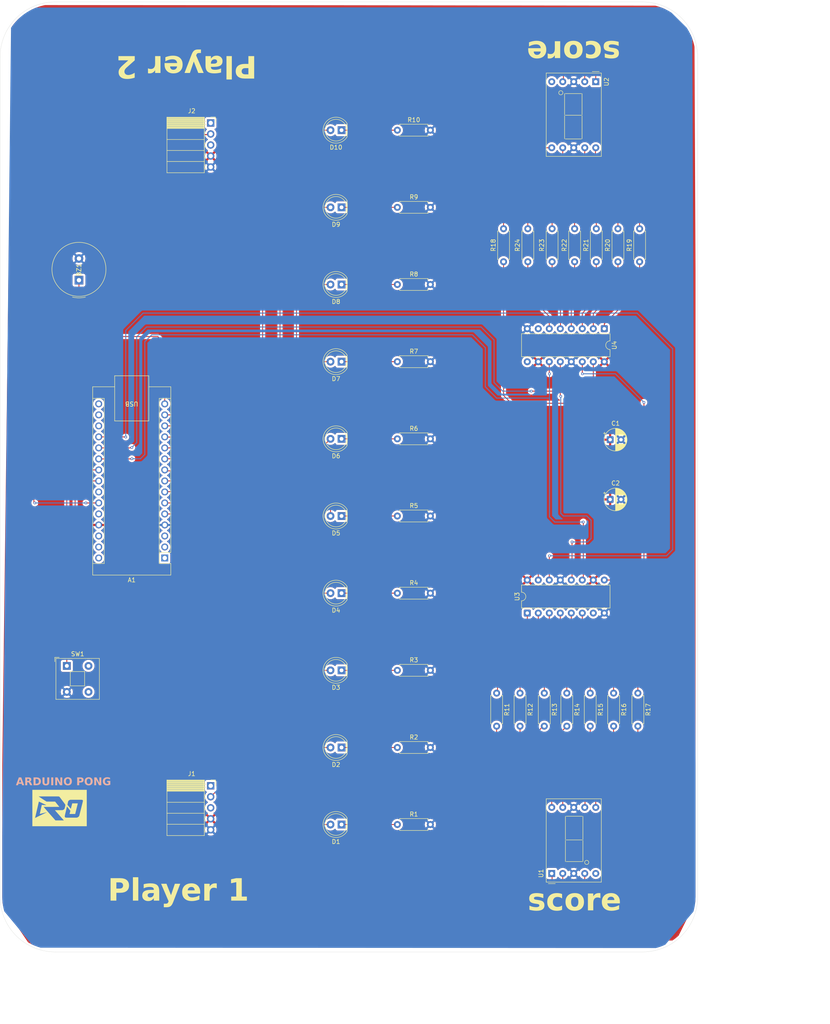
<source format=kicad_pcb>
(kicad_pcb (version 20241229) (generator "pcbnew") (generator_version "9.0")
  (layers (0 "F.Cu" signal) (2 "B.Cu" signal) (13 "F.Paste" user) (15 "B.Paste" user) (5 "F.SilkS" user "F.Silkscreen") (7 "B.SilkS" user "B.Silkscreen") (1 "F.Mask" user) (3 "B.Mask" user) (25 "Edge.Cuts" user))
  (net 0 "")
  (net 4 "/A2")
  (net 5 "/LED3")
  (net 6 "/Y_A6")
  (net 7 "/Y_A3")
  (net 8 "/LED1_B")
  (net 9 "/LED6")
  (net 10 "/D_A0")
  (net 11 "/LED4")
  (net 12 "/LED8")
  (net 13 "+5V")
  (net 14 "/+")
  (net 17 "GND")
  (net 19 "/LED10_T")
  (net 20 "Net-(A1-A4)")
  (net 21 "/LED9")
  (net 23 "/LED2")
  (net 27 "/LED5")
  (net 28 "/LED7")
  (net 30 "/A1")
  (net 31 "Net-(D1-K)")
  (net 32 "Net-(D2-K)")
  (net 33 "Net-(D3-K)")
  (net 34 "Net-(D4-K)")
  (net 35 "Net-(D5-K)")
  (net 36 "Net-(D6-K)")
  (net 37 "Net-(D7-K)")
  (net 38 "Net-(D8-K)")
  (net 39 "Net-(D9-K)")
  (net 40 "Net-(D10-K)")
  (net 45 "Net-(U3-QA)")
  (net 46 "Net-(U3-QB)")
  (net 47 "Net-(U3-QC)")
  (net 48 "Net-(U3-QD)")
  (net 49 "Net-(U3-QE)")
  (net 50 "Net-(U3-QF)")
  (net 51 "Net-(U3-QG)")
  (net 52 "Net-(U4-QA)")
  (net 53 "Net-(U4-QB)")
  (net 54 "Net-(U4-QC)")
  (net 55 "Net-(U4-QD)")
  (net 56 "Net-(U4-QE)")
  (net 57 "Net-(U4-QF)")
  (net 58 "Net-(U4-QG)")
  (net 64 "/PIN9")
  (net 67 "/15b")
  (net 68 "/1b")
  (net 69 "/2b")
  (net 70 "/3b")
  (net 71 "/4b")
  (net 72 "/5b")
  (net 73 "/6b")
  (net 74 "/15t")
  (net 75 "/1t")
  (net 76 "/2t")
  (net 77 "/3t")
  (net 78 "/4t")
  (net 79 "/5t")
  (net 80 "/6t")
  (footprint "Resistor_THT:R_Axial_DIN0207_L6.3mm_D2.5mm_P7.62mm_Horizontal" (layer "F.Cu") (at 662.885 175.095)
    (property "Reference" "R1")
    (property "Value" "R")
  )
  (footprint "LED_THT:LED_D5.0mm" (layer "F.Cu") (at 650 139.5182 180)
    (property "Reference" "D3")
    (property "Value" "LED")
  )
  (footprint "LED_THT:LED_D5.0mm" (layer "F.Cu") (at 650 86.102 180)
    (property "Reference" "D6")
    (property "Value" "LED")
  )
  (footprint "Display_7Segment:D1X8K" (layer "F.Cu") (at 698.52 186.3925 90)
    (property "Reference" "U1")
    (property "Value" "_B")
  )
  (footprint "Resistor_THT:R_Axial_DIN0207_L6.3mm_D2.5mm_P7.62mm_Horizontal" (layer "F.Cu") (at 693 45.239215 90)
    (property "Reference" "R24")
    (property "Value" "R")
  )
  (footprint "LED_THT:LED_D5.0mm" (layer "F.Cu") (at 650 175.095 180)
    (property "Reference" "D1")
    (property "Value" "LED")
  )
  (footprint "Resistor_THT:R_Axial_DIN0207_L6.3mm_D2.5mm_P7.62mm_Horizontal" (layer "F.Cu") (at 691.2 144.78 -90)
    (property "Reference" "R12")
    (property "Value" "R")
  )
  (footprint "Package_DIP:DIP-16_W7.62mm" (layer "F.Cu") (at 710.65 60.69 -90)
    (property "Reference" "U4")
    (property "Value" "74HC595")
  )
  (footprint "LED_THT:LED_D5.0mm" (layer "F.Cu") (at 650 68.2966 180)
    (property "Reference" "D7")
    (property "Value" "LED")
  )
  (footprint "Display_7Segment:D1X8K" (layer "F.Cu") (at 708.68 3.695 -90)
    (property "Reference" "U2")
    (property "Value" "_T")
  )
  (footprint "Resistor_THT:R_Axial_DIN0207_L6.3mm_D2.5mm_P7.62mm_Horizontal" (layer "F.Cu") (at 687.4 45.239215 90)
    (property "Reference" "R18")
    (property "Value" "R")
  )
  (footprint "Resistor_THT:R_Axial_DIN0207_L6.3mm_D2.5mm_P7.62mm_Horizontal" (layer "F.Cu") (at 662.885 103.9074)
    (property "Reference" "R5")
    (property "Value" "R")
  )
  (footprint "Resistor_THT:R_Axial_DIN0207_L6.3mm_D2.5mm_P7.62mm_Horizontal" (layer "F.Cu") (at 707.4 144.78 -90)
    (property "Reference" "R15")
    (property "Value" "R")
  )
  (footprint "Resistor_THT:R_Axial_DIN0207_L6.3mm_D2.5mm_P7.62mm_Horizontal" (layer "F.Cu") (at 702 144.78 -90)
    (property "Reference" "R14")
    (property "Value" "R")
  )
  (footprint "LED_THT:LED_D5.0mm" (layer "F.Cu") (at 650 14.8804 180)
    (property "Reference" "D10")
    (property "Value" "LED")
  )
  (footprint "LED_THT:LED_D5.0mm" (layer "F.Cu") (at 650 32.6858 180)
    (property "Reference" "D9")
    (property "Value" "LED")
  )
  (footprint "LED_THT:LED_D5.0mm" (layer "F.Cu") (at 650 50.4912 180)
    (property "Reference" "D8")
    (property "Value" "LED")
  )
  (footprint "Button_Switch_THT:SW_Push_2P1T_Toggle_CK_PVA1xxH1xxxxxxV2" (layer "F.Cu") (at 586.6 138.495)
    (property "Reference" "SW1")
    (property "Value" "SW_Push_Dual")
  )
  (footprint "Resistor_THT:R_Axial_DIN0207_L6.3mm_D2.5mm_P7.62mm_Horizontal" (layer "F.Cu") (at 708.8 45.239215 90)
    (property "Reference" "R21")
    (property "Value" "R")
  )
  (footprint "Resistor_THT:R_Axial_DIN0207_L6.3mm_D2.5mm_P7.62mm_Horizontal" (layer "F.Cu") (at 685.8 144.78 -90)
    (property "Reference" "R11")
    (property "Value" "R")
  )
  (footprint "Capacitor_THT:CP_Radial_D5.0mm_P2.50mm" (layer "F.Cu") (at 712 100.0875)
    (property "Reference" "C2")
    (property "Value" "C_Polarized")
  )
  (footprint "Resistor_THT:R_Axial_DIN0207_L6.3mm_D2.5mm_P7.62mm_Horizontal" (layer "F.Cu") (at 662.885 14.8804)
    (property "Reference" "R10")
    (property "Value" "R")
  )
  (footprint "Connector_PinSocket_2.54mm:PinSocket_1x05_P2.54mm_Horizontal" (layer "F.Cu") (at 619.8 166.155)
    (property "Reference" "J1")
    (property "Value" "B")
  )
  (footprint "Capacitor_THT:CP_Radial_D5.0mm_P2.50mm" (layer "F.Cu") (at 712 86.295)
    (property "Reference" "C1")
    (property "Value" "C_Polarized")
  )
  (footprint "Resistor_THT:R_Axial_DIN0207_L6.3mm_D2.5mm_P7.62mm_Horizontal" (layer "F.Cu") (at 696.8 144.78 -90)
    (property "Reference" "R13")
    (property "Value" "R")
  )
  (footprint "Resistor_THT:R_Axial_DIN0207_L6.3mm_D2.5mm_P7.62mm_Horizontal" (layer "F.Cu") (at 698.6 45.239215 90)
    (property "Reference" "R23")
    (property "Value" "R")
  )
  (footprint "LED_THT:LED_D5.0mm" (layer "F.Cu") (at 650 157.3236 180)
    (property "Reference" "D2")
    (property "Value" "LED")
  )
  (footprint "Resistor_THT:R_Axial_DIN0207_L6.3mm_D2.5mm_P7.62mm_Horizontal" (layer "F.Cu") (at 718.8 45.239215 90)
    (property "Reference" "R19")
    (property "Value" "R")
  )
  (footprint "Resistor_THT:R_Axial_DIN0207_L6.3mm_D2.5mm_P7.62mm_Horizontal" (layer "F.Cu") (at 662.885 157.3236)
    (property "Reference" "R2")
    (property "Value" "R")
  )
  (footprint "LED_THT:LED_D5.0mm" (layer "F.Cu") (at 650 121.7128 180)
    (property "Reference" "D4")
    (property "Value" "LED")
  )
  (footprint "Resistor_THT:R_Axial_DIN0207_L6.3mm_D2.5mm_P7.62mm_Horizontal" (layer "F.Cu") (at 662.885 68.2966)
    (property "Reference" "R7")
    (property "Value" "R")
  )
  (footprint "Graphics:main 2" (layer "F.Cu") (at 584.922706 171.288425)
    (property "Reference" "G***" (hide yes))
    (property "Value" "LOGO" (hide yes))
  )
  (footprint "Resistor_THT:R_Axial_DIN0207_L6.3mm_D2.5mm_P7.62mm_Horizontal" (layer "F.Cu") (at 718.4 144.78 -90)
    (property "Reference" "R17")
    (property "Value" "R")
  )
  (footprint "Resistor_THT:R_Axial_DIN0207_L6.3mm_D2.5mm_P7.62mm_Horizontal" (layer "F.Cu") (at 713.8 45.239215 90)
    (property "Reference" "R20")
    (property "Value" "R")
  )
  (footprint "Resistor_THT:R_Axial_DIN0207_L6.3mm_D2.5mm_P7.62mm_Horizontal" (layer "F.Cu") (at 662.885 50.4912)
    (property "Reference" "R8")
    (property "Value" "R")
  )
  (footprint "Resistor_THT:R_Axial_DIN0207_L6.3mm_D2.5mm_P7.62mm_Horizontal" (layer "F.Cu") (at 662.885 86.102)
    (property "Reference" "R6")
    (property "Value" "R")
  )
  (footprint "Resistor_THT:R_Axial_DIN0207_L6.3mm_D2.5mm_P7.62mm_Horizontal" (layer "F.Cu") (at 662.885 32.6858)
    (property "Reference" "R9")
    (property "Value" "R")
  )
  (footprint "Resistor_THT:R_Axial_DIN0207_L6.3mm_D2.5mm_P7.62mm_Horizontal" (layer "F.Cu") (at 703.8 45.239215 90)
    (property "Reference" "R22")
    (property "Value" "R")
  )
  (footprint "Buzzer_Beeper:Buzzer_TDK_PS1240P02BT_D12.2mm_H6.5mm" (layer "F.Cu") (at 589.4 49.495 90)
    (property "Reference" "BZ1")
    (property "Value" "Buzzer")
  )
  (footprint "Package_DIP:DIP-16_W7.62mm" (layer "F.Cu") (at 692.87 126.3 90)
    (property "Reference" "U3")
    (property "Value" "74HC595")
  )
  (footprint "Resistor_THT:R_Axial_DIN0207_L6.3mm_D2.5mm_P7.62mm_Horizontal" (layer "F.Cu") (at 662.885 121.7128)
    (property "Reference" "R4")
    (property "Value" "R")
  )
  (footprint "Resistor_THT:R_Axial_DIN0207_L6.3mm_D2.5mm_P7.62mm_Horizontal" (layer "F.Cu") (at 662.885 139.5182)
    (property "Reference" "R3")
    (property "Value" "R")
  )
  (footprint "LED_THT:LED_D5.0mm" (layer "F.Cu") (at 650 103.9074 180)
    (property "Reference" "D5")
    (property "Value" "LED")
  )
  (footprint "Connector_PinSocket_2.54mm:PinSocket_1x05_P2.54mm_Horizontal" (layer "F.Cu") (at 619.8 13.2204)
    (property "Reference" "J2")
    (property "Value" "T")
  )
  (footprint "Module:Arduino_Nano" (layer "F.Cu") (at 609.2 113.595 180)
    (property "Reference" "A1")
    (property "Value" "Arduino_Nano_v2.x")
  )
  (footprint "Resistor_THT:R_Axial_DIN0207_L6.3mm_D2.5mm_P7.62mm_Horizontal" (layer "F.Cu") (at 712.8 144.78 -90)
    (property "Reference" "R16")
    (property "Value" "R")
  )
  (gr_line (start 693.8 191.495) (end 693.761473 155.834667) (stroke (width 0.2)) (layer "F.Cu") (net 69))
  (gr_line (start 693.761473 155.834667) (end 696.243683 152.615442) (stroke (width 0.2)) (layer "F.Cu") (net 69))
  (gr_line (start 571.2 191.79212) (end 571.2 -2.005) (stroke (width 0.05)) (layer "Edge.Cuts"))
  (gr_arc (start 583.9 204.49212) (mid 574.919737 200.772377) (end 571.2 191.79212) (stroke (width 0.05)) (layer "Edge.Cuts"))
  (gr_arc (start 732.2 191.79212) (mid 728.480249 200.772363) (end 719.5 204.49212) (stroke (width 0.05)) (layer "Edge.Cuts"))
  (gr_arc (start 719.5 -14.705) (mid 728.480256 -10.985256) (end 732.2 -2.005) (stroke (width 0.05)) (layer "Edge.Cuts"))
  (gr_line (start 732.2 -2.005) (end 732.2 191.79212) (stroke (width 0.05)) (layer "Edge.Cuts"))
  (gr_line (start 719.5 204.49212) (end 583.9 204.49212) (stroke (width 0.05)) (layer "Edge.Cuts"))
  (gr_line (start 583.9 -14.705) (end 719.5 -14.705) (stroke (width 0.05)) (layer "Edge.Cuts"))
  (gr_arc (start 571.2 -2.005) (mid 574.919744 -10.985256) (end 583.9 -14.705) (stroke (width 0.05)) (layer "Edge.Cuts"))
  (gr_text "Player 2" (at 630.492385 -3.075123 180) (layer "F.SilkS") (effects (font (size 5.08 5.08) (thickness 1.016) (bold yes) (italic yes)) (justify left bottom)))
  (gr_text "Player 1" (at 596.045148 193.518643 0) (layer "F.SilkS") (effects (font (size 5.08 5.08) (thickness 1.016) (bold yes) (italic yes)) (justify left bottom)))
  (gr_text "score" (at 692.942956 195.766244 0) (layer "F.SilkS") (effects (font (size 5.08 5.08) (thickness 1.016) (bold yes) (italic yes)) (justify left bottom)))
  (gr_text "score" (at 714.393861 -6.510925 180) (layer "F.SilkS") (effects (font (size 5.08 5.08) (thickness 1.016) (bold yes) (italic yes)) (justify left bottom)))
  (gr_text "ARDUINO PONG" (at 574.840966 166.334473 0) (layer "B.SilkS") (effects (font (size 1.778 1.778) (thickness 0.2) (bold yes)) (justify left bottom)))
  (segment (start 593.96 90.735) (end 601.56 90.735) (width 0.2) (layer "F.Cu") (net 4))
  (segment (start 698 71.095) (end 697.95 71.045) (width 0.2) (layer "F.Cu") (net 4))
  (segment (start 697.95 71.045) (end 697.95 68.31) (width 0.2) (layer "F.Cu") (net 4))
  (segment (start 705.8 105.295) (end 705.8 118.45) (width 0.2) (layer "F.Cu") (net 4))
  (segment (start 705.8 118.45) (end 705.57 118.68) (width 0.2) (layer "F.Cu") (net 4))
  (segment (start 601.56 90.735) (end 601.6 90.695) (width 0.2) (layer "F.Cu") (net 4))
  (via (at 698 71.095) (size 0.6) (drill 0.3) (layers "F.Cu" "B.Cu") (net 4))
  (via (at 601.6 90.695) (size 0.6) (drill 0.3) (layers "F.Cu" "B.Cu") (net 4))
  (via (at 705.8 105.295) (size 0.6) (drill 0.3) (layers "F.Cu" "B.Cu") (net 4))
  (segment (start 698 71.095) (end 698 76.695) (width 0.2) (layer "B.Cu") (net 4))
  (segment (start 606.2 62.095) (end 604.6 63.695) (width 0.2) (layer "B.Cu") (net 4))
  (segment (start 604.6 63.695) (end 604.6 89.695) (width 0.2) (layer "B.Cu") (net 4))
  (segment (start 604.6 89.695) (end 603.6 90.695) (width 0.2) (layer "B.Cu") (net 4))
  (segment (start 685.8 76.695) (end 683.2 74.095) (width 0.2) (layer "B.Cu") (net 4))
  (segment (start 683.2 74.095) (end 683.2 65.095) (width 0.2) (layer "B.Cu") (net 4))
  (segment (start 680.2 62.095) (end 606.2 62.095) (width 0.2) (layer "B.Cu") (net 4))
  (segment (start 603.6 90.695) (end 601.6 90.695) (width 0.2) (layer "B.Cu") (net 4))
  (segment (start 683.2 65.095) (end 680.2 62.095) (width 0.2) (layer "B.Cu") (net 4))
  (segment (start 705.8 105.295) (end 699.2 105.295) (width 0.2) (layer "B.Cu") (net 4))
  (segment (start 699.2 105.295) (end 698 104.095) (width 0.2) (layer "B.Cu") (net 4))
  (segment (start 698 104.095) (end 698 76.695) (width 0.2) (layer "B.Cu") (net 4))
  (segment (start 698 76.695) (end 685.8 76.695) (width 0.2) (layer "B.Cu") (net 4))
  (segment (start 647.46 139.5182) (end 641.4232 139.5182) (width 0.2) (layer "F.Cu") (net 5))
  (segment (start 633.6 98.295) (end 609.26 98.295) (width 0.2) (layer "F.Cu") (net 5))
  (segment (start 641.4232 139.5182) (end 639.8 137.895) (width 0.2) (layer "F.Cu") (net 5))
  (segment (start 639.8 104.495) (end 633.6 98.295) (width 0.2) (layer "F.Cu") (net 5))
  (segment (start 639.8 137.895) (end 639.8 104.495) (width 0.2) (layer "F.Cu") (net 5))
  (segment (start 609.26 98.295) (end 609.2 98.355) (width 0.2) (layer "F.Cu") (net 5))
  (segment (start 579 100.695) (end 579.2 100.895) (width 0.2) (layer "F.Cu") (net 6))
  (segment (start 619.8 15.7604) (end 619.6654 15.895) (width 0.2) (layer "F.Cu") (net 6))
  (segment (start 619.6654 15.895) (end 580.8 15.895) (width 0.2286) (layer "F.Cu") (net 6))
  (segment (start 580.8 15.895) (end 579 17.695) (width 0.2) (layer "F.Cu") (net 6))
  (segment (start 591 100.895) (end 593.96 100.895) (width 0.2) (layer "F.Cu") (net 6))
  (segment (start 579 17.695) (end 579 100.695) (width 0.2) (layer "F.Cu") (net 6))
  (via (at 591 100.895) (size 0.6) (drill 0.3) (layers "F.Cu" "B.Cu") (net 6))
  (via (at 579.2 100.895) (size 0.6) (drill 0.3) (layers "F.Cu" "B.Cu") (net 6))
  (segment (start 579.2 100.895) (end 591 100.895) (width 0.2) (layer "B.Cu") (net 6))
  (segment (start 586.6 94.295) (end 587.62 93.275) (width 0.2) (layer "F.Cu") (net 7))
  (segment (start 586.6 138.495) (end 586.6 94.295) (width 0.2) (layer "F.Cu") (net 7))
  (segment (start 587.62 93.275) (end 593.96 93.275) (width 0.2) (layer "F.Cu") (net 7))
  (segment (start 627.34 103.435) (end 609.2 103.435) (width 0.2) (layer "F.Cu") (net 8))
  (segment (start 647.46 175.095) (end 634.6 175.095) (width 0.2) (layer "F.Cu") (net 8))
  (segment (start 631.6 172.095) (end 631.6 107.695) (width 0.2) (layer "F.Cu") (net 8))
  (segment (start 634.6 175.095) (end 631.6 172.095) (width 0.2) (layer "F.Cu") (net 8))
  (segment (start 631.6 107.695) (end 627.34 103.435) (width 0.2) (layer "F.Cu") (net 8))
  (segment (start 609.24 90.695) (end 609.2 90.735) (width 0.2) (layer "F.Cu") (net 9))
  (segment (start 642.867 90.695) (end 609.24 90.695) (width 0.2) (layer "F.Cu") (net 9))
  (segment (start 647.46 86.102) (end 642.867 90.695) (width 0.2) (layer "F.Cu") (net 9))
  (segment (start 593.96 85.655) (end 600.16 85.655) (width 0.2) (layer "F.Cu") (net 10))
  (segment (start 698 113.095) (end 697.95 113.145) (width 0.2) (layer "F.Cu") (net 10))
  (segment (start 697.95 113.145) (end 697.95 118.68) (width 0.2) (layer "F.Cu") (net 10))
  (segment (start 600.16 85.655) (end 600.2 85.695) (width 0.2) (layer "F.Cu") (net 10))
  (via (at 698 113.095) (size 0.6) (drill 0.3) (layers "F.Cu" "B.Cu") (net 10))
  (via (at 600.2 85.695) (size 0.6) (drill 0.3) (layers "F.Cu" "B.Cu") (net 10))
  (segment (start 726.412926 111.682074) (end 726.412926 65.307926) (width 0.2) (layer "B.Cu") (net 10))
  (segment (start 725 113.095) (end 726.412926 111.682074) (width 0.2) (layer "B.Cu") (net 10))
  (segment (start 726.412926 65.307926) (end 718.2 57.095) (width 0.2) (layer "B.Cu") (net 10))
  (segment (start 604.2 57.095) (end 600.2 61.095) (width 0.2) (layer "B.Cu") (net 10))
  (segment (start 600.2 61.095) (end 600.2 85.695) (width 0.2) (layer "B.Cu") (net 10))
  (segment (start 718.2 57.095) (end 604.2 57.095) (width 0.2) (layer "B.Cu") (net 10))
  (segment (start 698 113.095) (end 725 113.095) (width 0.2) (layer "B.Cu") (net 10))
  (segment (start 647.46 121.7128) (end 644.4178 121.7128) (width 0.2) (layer "F.Cu") (net 11))
  (segment (start 643.8 102.895) (end 636.72 95.815) (width 0.2) (layer "F.Cu") (net 11))
  (segment (start 636.72 95.815) (end 609.2 95.815) (width 0.2) (layer "F.Cu") (net 11))
  (segment (start 643.8 121.095) (end 643.8 102.895) (width 0.2) (layer "F.Cu") (net 11))
  (segment (start 644.4178 121.7128) (end 643.8 121.095) (width 0.2) (layer "F.Cu") (net 11))
  (segment (start 639.6 53.895) (end 639.6 80.695) (width 0.2) (layer "F.Cu") (net 12))
  (segment (start 647.46 50.4912) (end 643.0038 50.4912) (width 0.2) (layer "F.Cu") (net 12))
  (segment (start 634.6 85.695) (end 609.24 85.695) (width 0.2) (layer "F.Cu") (net 12))
  (segment (start 639.6 80.695) (end 634.6 85.695) (width 0.2) (layer "F.Cu") (net 12))
  (segment (start 643.0038 50.4912) (end 639.6 53.895) (width 0.2) (layer "F.Cu") (net 12))
  (segment (start 609.24 85.695) (end 609.2 85.655) (width 0.2) (layer "F.Cu") (net 12))
  (segment (start 609.2 64.095) (end 609.2 78.035) (width 0.2) (layer "F.Cu") (net 14))
  (segment (start 589.4 61.095) (end 590.8 62.495) (width 0.2) (layer "F.Cu") (net 14))
  (segment (start 607.6 62.495) (end 609.2 64.095) (width 0.2) (layer "F.Cu") (net 14))
  (segment (start 590.8 62.495) (end 607.6 62.495) (width 0.2) (layer "F.Cu") (net 14))
  (segment (start 589.4 49.495) (end 589.4 61.095) (width 0.2) (layer "F.Cu") (net 14))
  (segment (start 638 14.895) (end 638.0146 14.8804) (width 0.2) (layer "F.Cu") (net 19))
  (segment (start 635.8 14.895) (end 638 14.895) (width 0.2) (layer "F.Cu") (net 19))
  (segment (start 628.52 80.575) (end 631.8 77.295) (width 0.2) (layer "F.Cu") (net 19))
  (segment (start 609.2 80.575) (end 628.52 80.575) (width 0.2) (layer "F.Cu") (net 19))
  (segment (start 631.8 77.295) (end 631.8 18.895) (width 0.2) (layer "F.Cu") (net 19))
  (segment (start 638.0146 14.8804) (end 647.46 14.8804) (width 0.2) (layer "F.Cu") (net 19))
  (segment (start 631.8 18.895) (end 635.8 14.895) (width 0.2) (layer "F.Cu") (net 19))
  (segment (start 623.4 165.095) (end 623.4 134.895) (width 0.2) (layer "F.Cu") (net 20))
  (segment (start 589.515254 95.815) (end 593.96 95.815) (width 0.2) (layer "F.Cu") (net 20))
  (segment (start 619.8 168.695) (end 623.4 165.095) (width 0.2) (layer "F.Cu") (net 20))
  (segment (start 623.4 134.895) (end 620.6 132.095) (width 0.2) (layer "F.Cu") (net 20))
  (segment (start 588.511598 127.806598) (end 588.511598 96.818656) (width 0.2) (layer "F.Cu") (net 20))
  (segment (start 620.6 132.095) (end 592.8 132.095) (width 0.2) (layer "F.Cu") (net 20))
  (segment (start 592.8 132.095) (end 588.511598 127.806598) (width 0.2) (layer "F.Cu") (net 20))
  (segment (start 588.511598 96.818656) (end 589.515254 95.815) (width 0.2) (layer "F.Cu") (net 20))
  (segment (start 647.46 32.6858) (end 641.4092 32.6858) (width 0.2) (layer "F.Cu") (net 21))
  (segment (start 635.8 79.190865) (end 631.875865 83.115) (width 0.2) (layer "F.Cu") (net 21))
  (segment (start 641.4092 32.6858) (end 641.4 32.695) (width 0.2) (layer "F.Cu") (net 21))
  (segment (start 635.8 36.695) (end 635.8 79.190865) (width 0.2) (layer "F.Cu") (net 21))
  (segment (start 631.875865 83.115) (end 609.2 83.115) (width 0.2) (layer "F.Cu") (net 21))
  (segment (start 639.8 32.695) (end 635.8 36.695) (width 0.2) (layer "F.Cu") (net 21))
  (segment (start 641.4 32.695) (end 639.8 32.695) (width 0.2) (layer "F.Cu") (net 21))
  (segment (start 635.8 106.095) (end 630.6 100.895) (width 0.2) (layer "F.Cu") (net 23))
  (segment (start 647.46 157.3236) (end 638.0286 157.3236) (width 0.2) (layer "F.Cu") (net 23))
  (segment (start 630.6 100.895) (end 609.2 100.895) (width 0.2) (layer "F.Cu") (net 23))
  (segment (start 638.0286 157.3236) (end 635.8 155.095) (width 0.2) (layer "F.Cu") (net 23))
  (segment (start 635.8 155.095) (end 635.8 106.095) (width 0.2) (layer "F.Cu") (net 23))
  (segment (start 642.8 93.495) (end 609.42 93.495) (width 0.2) (layer "F.Cu") (net 27))
  (segment (start 647.46 103.9074) (end 647.46 98.155) (width 0.2) (layer "F.Cu") (net 27))
  (segment (start 609.42 93.495) (end 609.2 93.275) (width 0.2) (layer "F.Cu") (net 27))
  (segment (start 647.46 98.155) (end 642.8 93.495) (width 0.2) (layer "F.Cu") (net 27))
  (segment (start 644.1984 68.2966) (end 643.4 69.095) (width 0.2) (layer "F.Cu") (net 28))
  (segment (start 643.4 82.495) (end 637.7 88.195) (width 0.2) (layer "F.Cu") (net 28))
  (segment (start 637.7 88.195) (end 609.2 88.195) (width 0.2) (layer "F.Cu") (net 28))
  (segment (start 643.4 69.095) (end 643.4 82.495) (width 0.2) (layer "F.Cu") (net 28))
  (segment (start 647.46 68.2966) (end 644.1984 68.2966) (width 0.2) (layer "F.Cu") (net 28))
  (segment (start 700.49 76.185) (end 700.49 73.405) (width 0.2) (layer "F.Cu") (net 30))
  (segment (start 698.8 75.095) (end 700.49 73.405) (width 0.2) (layer "F.Cu") (net 30))
  (segment (start 703.2 118.51) (end 703.03 118.68) (width 0.2) (layer "F.Cu") (net 30))
  (segment (start 700.49 73.405) (end 700.49 68.31) (width 0.2) (layer "F.Cu") (net 30))
  (segment (start 693.8 75.095) (end 698.8 75.095) (width 0.2) (layer "F.Cu") (net 30))
  (segment (start 601.5 88.195) (end 601.6 88.095) (width 0.2) (layer "F.Cu") (net 30))
  (segment (start 593.96 88.195) (end 601.5 88.195) (width 0.2) (layer "F.Cu") (net 30))
  (segment (start 703.2 109.895) (end 703.2 118.51) (width 0.2) (layer "F.Cu") (net 30))
  (segment (start 700.6 76.295) (end 700.49 76.185) (width 0.2) (layer "F.Cu") (net 30))
  (via (at 700.6 76.295) (size 0.6) (drill 0.3) (layers "F.Cu" "B.Cu") (net 30))
  (via (at 601.6 88.095) (size 0.6) (drill 0.3) (layers "F.Cu" "B.Cu") (net 30))
  (via (at 693.8 75.095) (size 0.6) (drill 0.3) (layers "F.Cu" "B.Cu") (net 30))
  (via (at 703.2 109.895) (size 0.6) (drill 0.3) (layers "F.Cu" "B.Cu") (net 30))
  (segment (start 707.6 109.095) (end 707.6 104.895) (width 0.2) (layer "B.Cu") (net 30))
  (segment (start 706.6 103.895) (end 701.2 103.895) (width 0.2) (layer "B.Cu") (net 30))
  (segment (start 605 60.295) (end 682.2 60.295) (width 0.2) (layer "B.Cu") (net 30))
  (segment (start 685.2 73.095) (end 687.2 75.095) (width 0.2) (layer "B.Cu") (net 30))
  (segment (start 706.8 109.895) (end 707.6 109.095) (width 0.2) (layer "B.Cu") (net 30))
  (segment (start 707.6 104.895) (end 706.6 103.895) (width 0.2) (layer "B.Cu") (net 30))
  (segment (start 703.2 109.895) (end 706.8 109.895) (width 0.2) (layer "B.Cu") (net 30))
  (segment (start 682.2 60.295) (end 685.2 63.295) (width 0.2) (layer "B.Cu") (net 30))
  (segment (start 700.6 103.295) (end 700.6 76.295) (width 0.2) (layer "B.Cu") (net 30))
  (segment (start 687.2 75.095) (end 693.8 75.095) (width 0.2) (layer "B.Cu") (net 30))
  (segment (start 701.2 103.895) (end 700.6 103.295) (width 0.2) (layer "B.Cu") (net 30))
  (segment (start 685.2 63.295) (end 685.2 73.095) (width 0.2) (layer "B.Cu") (net 30))
  (segment (start 601.6 88.095) (end 602.727553 86.967447) (width 0.2) (layer "B.Cu") (net 30))
  (segment (start 602.727553 86.967447) (end 602.727553 62.567447) (width 0.2) (layer "B.Cu") (net 30))
  (segment (start 602.727553 62.567447) (end 605 60.295) (width 0.2) (layer "B.Cu") (net 30))
  (segment (start 650 175.095) (end 662.885 175.095) (width 0.2) (layer "F.Cu") (net 31))
  (segment (start 650 157.3236) (end 662.885 157.3236) (width 0.2) (layer "F.Cu") (net 32))
  (segment (start 650 139.5182) (end 662.885 139.5182) (width 0.2) (layer "F.Cu") (net 33))
  (segment (start 650 121.7128) (end 662.885 121.7128) (width 0.2) (layer "F.Cu") (net 34))
  (segment (start 650 103.9074) (end 662.885 103.9074) (width 0.2) (layer "F.Cu") (net 35))
  (segment (start 650 86.102) (end 662.885 86.102) (width 0.2) (layer "F.Cu") (net 36))
  (segment (start 650 68.2966) (end 662.885 68.2966) (width 0.2) (layer "F.Cu") (net 37))
  (segment (start 650 50.4912) (end 662.885 50.4912) (width 0.2) (layer "F.Cu") (net 38))
  (segment (start 650 32.6858) (end 662.885 32.6858) (width 0.2) (layer "F.Cu") (net 39))
  (segment (start 650 14.8804) (end 662.885 14.8804) (width 0.2) (layer "F.Cu") (net 40))
  (segment (start 686.8 113.695) (end 694.6 113.695) (width 0.2) (layer "F.Cu") (net 45))
  (segment (start 685.8 144.78) (end 686 144.58) (width 0.2) (layer "F.Cu") (net 45))
  (segment (start 686 144.58) (end 686 114.495) (width 0.2) (layer "F.Cu") (net 45))
  (segment (start 686 114.495) (end 686.8 113.695) (width 0.2) (layer "F.Cu") (net 45))
  (segment (start 694.6 113.695) (end 695.41 114.505) (width 0.2) (layer "F.Cu") (net 45))
  (segment (start 695.41 114.505) (end 695.41 118.68) (width 0.2) (layer "F.Cu") (net 45))
  (segment (start 691.2 131.895) (end 692.87 130.225) (width 0.2) (layer "F.Cu") (net 46))
  (segment (start 691.2 144.78) (end 691.2 131.895) (width 0.2) (layer "F.Cu") (net 46))
  (segment (start 692.87 130.225) (end 692.87 126.3) (width 0.2) (layer "F.Cu") (net 46))
  (segment (start 695.41 131.905) (end 695.41 126.3) (width 0.2) (layer "F.Cu") (net 47))
  (segment (start 696.8 144.78) (end 696.8 133.295) (width 0.2) (layer "F.Cu") (net 47))
  (segment (start 696.8 133.295) (end 695.41 131.905) (width 0.2) (layer "F.Cu") (net 47))
  (segment (start 702 144.78) (end 702 134.799997) (width 0.2) (layer "F.Cu") (net 48))
  (segment (start 697.95 130.749997) (end 697.95 126.3) (width 0.2) (layer "F.Cu") (net 48))
  (segment (start 702 134.799997) (end 697.95 130.749997) (width 0.2) (layer "F.Cu") (net 48))
  (segment (start 700.49 129.985) (end 700.49 126.3) (width 0.2) (layer "F.Cu") (net 49))
  (segment (start 707.4 144.78) (end 707.4 136.895) (width 0.2) (layer "F.Cu") (net 49))
  (segment (start 707.4 136.895) (end 700.49 129.985) (width 0.2) (layer "F.Cu") (net 49))
  (segment (start 703.03 129.465) (end 703.03 126.3) (width 0.2) (layer "F.Cu") (net 50))
  (segment (start 712.8 144.78) (end 712.8 139.235) (width 0.2) (layer "F.Cu") (net 50))
  (segment (start 712.8 139.235) (end 703.03 129.465) (width 0.2) (layer "F.Cu") (net 50))
  (segment (start 718.4 144.78) (end 718.4 141.695) (width 0.2) (layer "F.Cu") (net 51))
  (segment (start 718.4 141.695) (end 705.57 128.865) (width 0.2) (layer "F.Cu") (net 51))
  (segment (start 705.57 128.865) (end 705.57 126.3) (width 0.2) (layer "F.Cu") (net 51))
  (segment (start 687.4 45.239215) (end 687.4 76.095) (width 0.2) (layer "F.Cu") (net 52))
  (segment (start 689.2 77.895) (end 706.6 77.895) (width 0.2) (layer "F.Cu") (net 52))
  (segment (start 687.4 76.095) (end 689.2 77.895) (width 0.2) (layer "F.Cu") (net 52))
  (segment (start 706.6 77.895) (end 708.11 76.385) (width 0.2) (layer "F.Cu") (net 52))
  (segment (start 708.11 76.385) (end 708.11 68.31) (width 0.2) (layer "F.Cu") (net 52))
  (segment (start 710.65 59.572031) (end 710.65 60.69) (width 0.2) (layer "F.Cu") (net 53))
  (segment (start 718.8 51.422031) (end 710.65 59.572031) (width 0.2) (layer "F.Cu") (net 53))
  (segment (start 718.8 45.239215) (end 718.8 51.422031) (width 0.2) (layer "F.Cu") (net 53))
  (segment (start 718.8 45.239215) (end 718.519304 45.519911) (width 0.2) (layer "F.Cu") (net 53))
  (segment (start 708.11 57.213519) (end 708.11 60.69) (width 0.2) (layer "F.Cu") (net 54))
  (segment (start 713.8 45.239215) (end 713.8 51.509613) (width 0.2) (layer "F.Cu") (net 54))
  (segment (start 708.298873 57.01074) (end 708.298873 57.024646) (width 0.2) (layer "F.Cu") (net 54))
  (segment (start 708.298873 57.024646) (end 708.11 57.213519) (width 0.2) (layer "F.Cu") (net 54))
  (segment (start 713.8 51.509613) (end 708.298873 57.01074) (width 0.2) (layer "F.Cu") (net 54))
  (segment (start 708.803687 51.69156) (end 708.803687 53.891313) (width 0.2) (layer "F.Cu") (net 55))
  (segment (start 705.57 57.125) (end 705.57 60.69) (width 0.2) (layer "F.Cu") (net 55))
  (segment (start 708.8 51.687873) (end 708.803687 51.69156) (width 0.2) (layer "F.Cu") (net 55))
  (segment (start 708.8 45.239215) (end 708.8 51.687873) (width 0.2) (layer "F.Cu") (net 55))
  (segment (start 708.803687 53.891313) (end 705.57 57.125) (width 0.2) (layer "F.Cu") (net 55))
  (segment (start 703.8 45.239215) (end 703.8 53.095) (width 0.2) (layer "F.Cu") (net 56))
  (segment (start 703.8 53.095) (end 703.03 53.865) (width 0.2) (layer "F.Cu") (net 56))
  (segment (start 703.03 53.865) (end 703.03 60.69) (width 0.2) (layer "F.Cu") (net 56))
  (segment (start 698.6 52.368913) (end 700.531185 54.300098) (width 0.2) (layer "F.Cu") (net 57))
  (segment (start 698.6 45.239215) (end 698.6 52.368913) (width 0.2) (layer "F.Cu") (net 57))
  (segment (start 700.531185 54.300098) (end 700.531185 60.648815) (width 0.2) (layer "F.Cu") (net 57))
  (segment (start 700.531185 60.648815) (end 700.49 60.69) (width 0.2) (layer "F.Cu") (net 57))
  (segment (start 697.95 57.845) (end 697.95 60.69) (width 0.2) (layer "F.Cu") (net 58))
  (segment (start 693 45.239215) (end 693 52.895) (width 0.2) (layer "F.Cu") (net 58))
  (segment (start 693 52.895) (end 697.95 57.845) (width 0.2) (layer "F.Cu") (net 58))
  (segment (start 710.65 118.68) (end 718.215 118.68) (width 0.2) (layer "F.Cu") (net 64))
  (segment (start 705.6 71.095) (end 705.57 71.065) (width 0.2) (layer "F.Cu") (net 64))
  (segment (start 718.215 118.68) (end 719.8 117.095) (width 0.2) (layer "F.Cu") (net 64))
  (segment (start 719.8 117.095) (end 719.8 77.695) (width 0.2) (layer "F.Cu") (net 64))
  (segment (start 705.57 71.065) (end 705.57 68.31) (width 0.2) (layer "F.Cu") (net 64))
  (via (at 705.6 71.095) (size 0.6) (drill 0.3) (layers "F.Cu" "B.Cu") (net 64))
  (via (at 719.8 77.695) (size 0.6) (drill 0.3) (layers "F.Cu" "B.Cu") (net 64))
  (segment (start 713.200001 71.095) (end 705.6 71.095) (width 0.2) (layer "B.Cu") (net 64))
  (segment (start 719.8 77.695) (end 713.200001 71.095) (width 0.2) (layer "B.Cu") (net 64))
  (segment (start 703.4 198.695) (end 706.14 195.955) (width 0.2) (layer "F.Cu") (net 67))
  (segment (start 706.14 195.955) (end 706.14 186.3925) (width 0.2) (layer "F.Cu") (net 67))
  (segment (start 685.8 195.095) (end 689.4 198.695) (width 0.2) (layer "F.Cu") (net 67))
  (segment (start 689.4 198.695) (end 703.4 198.695) (width 0.2) (layer "F.Cu") (net 67))
  (segment (start 685.8 195.095) (end 685.8 152.4) (width 0.2) (layer "F.Cu") (net 67))
  (segment (start 691.2 193.032357) (end 692.8 194.632357) (width 0.2) (layer "F.Cu") (net 68))
  (segment (start 701.06 193.436322) (end 701.06 193.12086) (width 0.2) (layer "F.Cu") (net 68))
  (segment (start 701.06 186.3925) (end 701.06 193.12086) (width 0.2) (layer "F.Cu") (net 68))
  (segment (start 691.2 152.4) (end 691.2 193.032357) (width 0.2) (layer "F.Cu") (net 68))
  (segment (start 692.8 194.632357) (end 699.863965 194.632357) (width 0.2) (layer "F.Cu") (net 68))
  (segment (start 699.863965 194.632357) (end 701.06 193.436322) (width 0.2) (layer "F.Cu") (net 68))
  (segment (start 693.8 191.495) (end 694.8 192.495) (width 0.2) (layer "F.Cu") (net 69))
  (segment (start 694.8 192.495) (end 698.6 192.495) (width 0.2) (layer "F.Cu") (net 69))
  (segment (start 698.6 192.495) (end 698.6 186.4725) (width 0.2) (layer "F.Cu") (net 69))
  (segment (start 698.6 186.4725) (end 698.52 186.3925) (width 0.2) (layer "F.Cu") (net 69))
  (segment (start 698.52 155.88) (end 702 152.4) (width 0.2) (layer "F.Cu") (net 70))
  (segment (start 698.52 171.1525) (end 698.52 155.88) (width 0.2) (layer "F.Cu") (net 70))
  (segment (start 702 160.095) (end 701.06 161.035) (width 0.2) (layer "F.Cu") (net 71))
  (segment (start 701.06 161.035) (end 701.06 171.1525) (width 0.2) (layer "F.Cu") (net 71))
  (segment (start 706.266872 160.095) (end 702 160.095) (width 0.2) (layer "F.Cu") (net 71))
  (segment (start 707.4 158.961872) (end 706.266872 160.095) (width 0.2) (layer "F.Cu") (net 71))
  (segment (start 707.4 158.961872) (end 707.4 152.4) (width 0.2) (layer "F.Cu") (net 71))
  (segment (start 711.578264 162.095) (end 707.2 162.095) (width 0.2) (layer "F.Cu") (net 72))
  (segment (start 706.2 163.095) (end 706.2 171.0925) (width 0.2) (layer "F.Cu") (net 72))
  (segment (start 707.2 162.095) (end 706.2 163.095) (width 0.2) (layer "F.Cu") (net 72))
  (segment (start 712.8 160.873264) (end 711.578264 162.095) (width 0.2) (layer "F.Cu") (net 72))
  (segment (start 712.8 152.4) (end 712.8 160.873264) (width 0.2) (layer "F.Cu") (net 72))
  (segment (start 706.2 171.0925) (end 706.14 171.1525) (width 0.2) (layer "F.Cu") (net 72))
  (segment (start 717 164.095) (end 709.663909 164.095) (width 0.2) (layer "F.Cu") (net 73))
  (segment (start 708.68 165.078909) (end 708.68 171.1525) (width 0.2) (layer "F.Cu") (net 73))
  (segment (start 709.663909 164.095) (end 708.68 165.078909) (width 0.2) (layer "F.Cu") (net 73))
  (segment (start 718.4 162.695) (end 717 164.095) (width 0.2) (layer "F.Cu") (net 73))
  (segment (start 718.4 162.695) (end 718.4 152.4) (width 0.2) (layer "F.Cu") (net 73))
  (segment (start 687.4 20.695) (end 687.4 37.619215) (width 0.2) (layer "F.Cu") (net 74))
  (segment (start 689.16 18.935) (end 687.4 20.695) (width 0.2) (layer "F.Cu") (net 74))
  (segment (start 698.52 18.935) (end 689.16 18.935) (width 0.2) (layer "F.Cu") (net 74))
  (segment (start 721.265555 31.300293) (end 719.671007 31.300293) (width 0.2) (layer "F.Cu") (net 75))
  (segment (start 719.364448 -8.823576) (end 722.179677 -6.008347) (width 0.2) (layer "F.Cu") (net 75))
  (segment (start 701.06 3.695) (end 701.2 3.555) (width 0.2) (layer "F.Cu") (net 75))
  (segment (start 718.8 32.1713) (end 718.8 37.619215) (width 0.2) (layer "F.Cu") (net 75))
  (segment (start 719.671007 31.300293) (end 718.8 32.1713) (width 0.2) (layer "F.Cu") (net 75))
  (segment (start 701.2 3.555) (end 701.2 -6.705) (width 0.2) (layer "F.Cu") (net 75))
  (segment (start 722.179677 30.386171) (end 721.265555 31.300293) (width 0.2) (layer "F.Cu") (net 75))
  (segment (start 703.318576 -8.823576) (end 719.364448 -8.823576) (width 0.2) (layer "F.Cu") (net 75))
  (segment (start 722.179677 -6.008347) (end 722.179677 30.386171) (width 0.2) (layer "F.Cu") (net 75))
  (segment (start 701.2 -6.705) (end 703.318576 -8.823576) (width 0.2) (layer "F.Cu") (net 75))
  (segment (start 717.530844 30.63725) (end 714.726479 30.63725) (width 0.2) (layer "F.Cu") (net 76))
  (segment (start 707.2 -5.705) (end 716.804024 -5.705) (width 0.2) (layer "F.Cu") (net 76))
  (segment (start 706.14 3.695) (end 706.14 -4.645) (width 0.2) (layer "F.Cu") (net 76))
  (segment (start 718.049612 30.118482) (end 717.530844 30.63725) (width 0.2) (layer "F.Cu") (net 76))
  (segment (start 718.049612 -4.459412) (end 718.049612 30.118482) (width 0.2) (layer "F.Cu") (net 76))
  (segment (start 716.804024 -5.705) (end 718.049612 -4.459412) (width 0.2) (layer "F.Cu") (net 76))
  (segment (start 706.14 -4.645) (end 707.2 -5.705) (width 0.2) (layer "F.Cu") (net 76))
  (segment (start 714.726479 30.63725) (end 713.8 31.563729) (width 0.2) (layer "F.Cu") (net 76))
  (segment (start 713.8 31.563729) (end 713.8 37.619215) (width 0.2) (layer "F.Cu") (net 76))
  (segment (start 713.920634 -0.880347) (end 713.920634 28.605205) (width 0.2) (layer "F.Cu") (net 77))
  (segment (start 708.68 3.695) (end 708.68 -1.385001) (width 0.2) (layer "F.Cu") (net 77))
  (segment (start 708.8 30.614202) (end 708.8 37.619215) (width 0.2) (layer "F.Cu") (net 77))
  (segment (start 708.68 -1.385001) (end 709.238611 -1.943612) (width 0.2) (layer "F.Cu") (net 77))
  (segment (start 713.46087 29.064969) (end 710.349233 29.064969) (width 0.2) (layer "F.Cu") (net 77))
  (segment (start 709.238611 -1.943612) (end 712.857369 -1.943612) (width 0.2) (layer "F.Cu") (net 77))
  (segment (start 713.920634 28.605205) (end 713.46087 29.064969) (width 0.2) (layer "F.Cu") (net 77))
  (segment (start 712.857369 -1.943612) (end 713.920634 -0.880347) (width 0.2) (layer "F.Cu") (net 77))
  (segment (start 710.349233 29.064969) (end 708.8 30.614202) (width 0.2) (layer "F.Cu") (net 77))
  (segment (start 707.859991 28.495) (end 704.4 28.495) (width 0.2) (layer "F.Cu") (net 78))
  (segment (start 703.8 29.095) (end 703.8 37.619215) (width 0.2) (layer "F.Cu") (net 78))
  (segment (start 708.68 18.935) (end 708.6 19.015) (width 0.2) (layer "F.Cu") (net 78))
  (segment (start 708.6 27.754991) (end 707.859991 28.495) (width 0.2) (layer "F.Cu") (net 78))
  (segment (start 708.6 19.015) (end 708.6 27.754991) (width 0.2) (layer "F.Cu") (net 78))
  (segment (start 704.4 28.495) (end 703.8 29.095) (width 0.2) (layer "F.Cu") (net 78))
  (segment (start 698.6 27.495) (end 699.757913 26.337087) (width 0.2) (layer "F.Cu") (net 79))
  (segment (start 698.6 37.619215) (end 698.6 27.495) (width 0.2) (layer "F.Cu") (net 79))
  (segment (start 699.757913 26.337087) (end 705.157913 26.337087) (width 0.2) (layer "F.Cu") (net 79))
  (segment (start 706.14 25.355) (end 706.14 18.935) (width 0.2) (layer "F.Cu") (net 79))
  (segment (start 705.157913 26.337087) (end 706.14 25.355) (width 0.2) (layer "F.Cu") (net 79))
  (segment (start 701.06 22.635) (end 700.8 22.895) (width 0.2) (layer "F.Cu") (net 80))
  (segment (start 701.06 18.935) (end 701.06 22.635) (width 0.2) (layer "F.Cu") (net 80))
  (segment (start 693 24.695) (end 693 37.619215) (width 0.2) (layer "F.Cu") (net 80))
  (segment (start 694.8 22.895) (end 693 24.695) (width 0.2) (layer "F.Cu") (net 80))
  (segment (start 700.8 22.895) (end 694.8 22.895) (width 0.2) (layer "F.Cu") (net 80))
  (zone (net 13) (net_name "+5V") (layer "F.Cu") (connect_pads (clearance 0.5)) (min_thickness 0.25) (fill yes (thermal_gap 0.5) (thermal_bridge_width 0.5))
    (polygon (pts (xy 571.297032 192.889892) (xy 573.881048 -9.73561) (xy 579.934939 -13.982415) (xy 647.362252 -13.93963) (xy 723.957318 -13.847025) (xy 731.454166 -6.23893) (xy 731.93886 99.063613) (xy 732.166652 191.943662) (xy 727.245687 201.855121) (xy 578.20262 203.096337)))
  )
  (zone (net 17) (net_name "GND") (layer "B.Cu") (priority 1) (connect_pads (clearance 0.5)) (min_thickness 0.25) (fill yes (thermal_gap 0.5) (thermal_bridge_width 0.5))
    (polygon (pts (xy 571.521128 194.344883) (xy 573.728707 -9.532596) (xy 578.439903 -13.414585) (xy 724.888638 -13.486265) (xy 730.951628 -7.488169) (xy 731.845022 194.446539) (xy 724.075507 203.592313) (xy 579.127979 203.510141)))
  )
)
</source>
